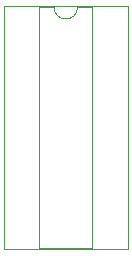
<source format=gbo>
%TF.GenerationSoftware,KiCad,Pcbnew,(5.1.8)-1*%
%TF.CreationDate,2021-01-19T01:30:05+01:00*%
%TF.ProjectId,Apple II Adapter,4170706c-6520-4494-9920-416461707465,rev?*%
%TF.SameCoordinates,Original*%
%TF.FileFunction,Legend,Bot*%
%TF.FilePolarity,Positive*%
%FSLAX46Y46*%
G04 Gerber Fmt 4.6, Leading zero omitted, Abs format (unit mm)*
G04 Created by KiCad (PCBNEW (5.1.8)-1) date 2021-01-19 01:30:05*
%MOMM*%
%LPD*%
G01*
G04 APERTURE LIST*
%ADD10C,0.120000*%
G04 APERTURE END LIST*
D10*
%TO.C,A1*%
X169815000Y-116145000D02*
X168565000Y-116145000D01*
X168565000Y-116145000D02*
X168565000Y-136585000D01*
X168565000Y-136585000D02*
X173065000Y-136585000D01*
X173065000Y-136585000D02*
X173065000Y-116145000D01*
X173065000Y-116145000D02*
X171815000Y-116145000D01*
X165565000Y-116085000D02*
X165565000Y-136645000D01*
X165565000Y-136645000D02*
X176065000Y-136645000D01*
X176065000Y-136645000D02*
X176065000Y-116085000D01*
X176065000Y-116085000D02*
X165565000Y-116085000D01*
X171815000Y-116145000D02*
G75*
G02*
X169815000Y-116145000I-1000000J0D01*
G01*
%TD*%
M02*

</source>
